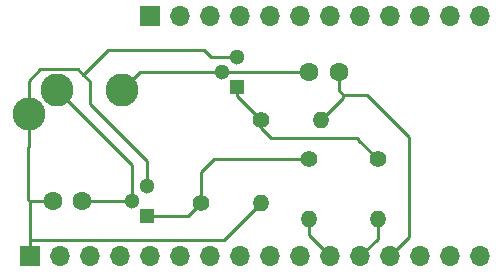
<source format=gbr>
%TF.GenerationSoftware,KiCad,Pcbnew,8.0.4*%
%TF.CreationDate,2024-08-09T00:28:27-05:00*%
%TF.ProjectId,FeatherDancer,46656174-6865-4724-9461-6e6365722e6b,rev?*%
%TF.SameCoordinates,Original*%
%TF.FileFunction,Copper,L1,Top*%
%TF.FilePolarity,Positive*%
%FSLAX46Y46*%
G04 Gerber Fmt 4.6, Leading zero omitted, Abs format (unit mm)*
G04 Created by KiCad (PCBNEW 8.0.4) date 2024-08-09 00:28:27*
%MOMM*%
%LPD*%
G01*
G04 APERTURE LIST*
%TA.AperFunction,ComponentPad*%
%ADD10R,1.700000X1.700000*%
%TD*%
%TA.AperFunction,ComponentPad*%
%ADD11O,1.700000X1.700000*%
%TD*%
%TA.AperFunction,ComponentPad*%
%ADD12C,1.400000*%
%TD*%
%TA.AperFunction,ComponentPad*%
%ADD13O,1.400000X1.400000*%
%TD*%
%TA.AperFunction,ComponentPad*%
%ADD14C,1.600000*%
%TD*%
%TA.AperFunction,ComponentPad*%
%ADD15C,2.800000*%
%TD*%
%TA.AperFunction,ComponentPad*%
%ADD16R,1.300000X1.300000*%
%TD*%
%TA.AperFunction,ComponentPad*%
%ADD17C,1.300000*%
%TD*%
%TA.AperFunction,Conductor*%
%ADD18C,0.250000*%
%TD*%
G04 APERTURE END LIST*
D10*
%TO.P,J2,1,Pin_1*%
%TO.N,/VBAT*%
X139611100Y-94843600D03*
D11*
%TO.P,J2,2,Pin_2*%
%TO.N,/EN*%
X142151100Y-94843600D03*
%TO.P,J2,3,Pin_3*%
%TO.N,/VBUS*%
X144691100Y-94843600D03*
%TO.P,J2,4,Pin_4*%
%TO.N,/13*%
X147231100Y-94843600D03*
%TO.P,J2,5,Pin_5*%
%TO.N,/12*%
X149771100Y-94843600D03*
%TO.P,J2,6,Pin_6*%
%TO.N,/11*%
X152311100Y-94843600D03*
%TO.P,J2,7,Pin_7*%
%TO.N,/10*%
X154851100Y-94843600D03*
%TO.P,J2,8,Pin_8*%
%TO.N,/9*%
X157391100Y-94843600D03*
%TO.P,J2,9,Pin_9*%
%TO.N,/6*%
X159931100Y-94843600D03*
%TO.P,J2,10,Pin_10*%
%TO.N,/5*%
X162471100Y-94843600D03*
%TO.P,J2,11,Pin_11*%
%TO.N,/SCL*%
X165011100Y-94843600D03*
%TO.P,J2,12,Pin_12*%
%TO.N,/SDA*%
X167551100Y-94843600D03*
%TD*%
D10*
%TO.P,J1,1,Pin_1*%
%TO.N,GND*%
X129451100Y-115163600D03*
D11*
%TO.P,J1,2,Pin_2*%
%TO.N,/1 TX*%
X131991100Y-115163600D03*
%TO.P,J1,3,Pin_3*%
%TO.N,/0 RX*%
X134531100Y-115163600D03*
%TO.P,J1,4,Pin_4*%
%TO.N,/MISO*%
X137071100Y-115163600D03*
%TO.P,J1,5,Pin_5*%
%TO.N,/MOSI*%
X139611100Y-115163600D03*
%TO.P,J1,6,Pin_6*%
%TO.N,/SCK*%
X142151100Y-115163600D03*
%TO.P,J1,7,Pin_7*%
%TO.N,/A5*%
X144691100Y-115163600D03*
%TO.P,J1,8,Pin_8*%
%TO.N,/A4*%
X147231100Y-115163600D03*
%TO.P,J1,9,Pin_9*%
%TO.N,/A3*%
X149771100Y-115163600D03*
%TO.P,J1,10,Pin_10*%
%TO.N,/A2*%
X152311100Y-115163600D03*
%TO.P,J1,11,Pin_11*%
%TO.N,/A1*%
X154851100Y-115163600D03*
%TO.P,J1,12,Pin_12*%
%TO.N,/A0*%
X157391100Y-115163600D03*
%TO.P,J1,13,Pin_13*%
%TO.N,GND*%
X159931100Y-115163600D03*
%TO.P,J1,14,Pin_14*%
%TO.N,/AREF*%
X162471100Y-115163600D03*
%TO.P,J1,15,Pin_15*%
%TO.N,/3.3V*%
X165011100Y-115163600D03*
%TO.P,J1,16,Pin_16*%
%TO.N,/RST*%
X167551100Y-115163600D03*
%TD*%
D12*
%TO.P,R3,1*%
%TO.N,Net-(Q1-G)*%
X143923500Y-110617000D03*
D13*
%TO.P,R3,2*%
%TO.N,GND*%
X149003500Y-110617000D03*
%TD*%
D12*
%TO.P,R4,1*%
%TO.N,Net-(Q2-G)*%
X148955000Y-103632000D03*
D13*
%TO.P,R4,2*%
%TO.N,GND*%
X154035000Y-103632000D03*
%TD*%
%TO.P,R2,2*%
%TO.N,/A0*%
X158877000Y-112014000D03*
D12*
%TO.P,R2,1*%
%TO.N,Net-(Q2-G)*%
X158877000Y-106934000D03*
%TD*%
D14*
%TO.P,C2,1*%
%TO.N,GND*%
X155555000Y-99568000D03*
%TO.P,C2,2*%
%TO.N,Net-(Q2-S)*%
X153055000Y-99568000D03*
%TD*%
D15*
%TO.P,J3,R*%
%TO.N,Net-(Q2-S)*%
X137196000Y-101097000D03*
%TO.P,J3,S*%
%TO.N,GND*%
X129296000Y-103097000D03*
%TO.P,J3,T*%
%TO.N,Net-(Q1-S)*%
X131696000Y-101097000D03*
%TD*%
D14*
%TO.P,C1,1*%
%TO.N,GND*%
X131338000Y-110490000D03*
%TO.P,C1,2*%
%TO.N,Net-(Q1-S)*%
X133838000Y-110490000D03*
%TD*%
D13*
%TO.P,R1,2*%
%TO.N,/A1*%
X153035000Y-112014000D03*
D12*
%TO.P,R1,1*%
%TO.N,Net-(Q1-G)*%
X153035000Y-106934000D03*
%TD*%
D16*
%TO.P,Q1,1,G*%
%TO.N,Net-(Q1-G)*%
X139319000Y-111760000D03*
D17*
%TO.P,Q1,2,S*%
%TO.N,Net-(Q1-S)*%
X138049000Y-110490000D03*
%TO.P,Q1,3,D*%
%TO.N,GND*%
X139319000Y-109220000D03*
%TD*%
D16*
%TO.P,Q2,1,G*%
%TO.N,Net-(Q2-G)*%
X146918000Y-100838000D03*
D17*
%TO.P,Q2,2,S*%
%TO.N,Net-(Q2-S)*%
X145648000Y-99568000D03*
%TO.P,Q2,3,D*%
%TO.N,GND*%
X146918000Y-98298000D03*
%TD*%
D18*
%TO.N,GND*%
X129451100Y-115163600D02*
X129451100Y-113792000D01*
X129451100Y-113792000D02*
X129451100Y-110528100D01*
X145828500Y-113792000D02*
X129451100Y-113792000D01*
X149003500Y-110617000D02*
X145828500Y-113792000D01*
X161544000Y-113550700D02*
X161544000Y-105029000D01*
X159931100Y-115163600D02*
X161544000Y-113550700D01*
X161544000Y-105029000D02*
X157988000Y-101473000D01*
X157988000Y-101473000D02*
X155956000Y-101473000D01*
X133477000Y-99314000D02*
X133921500Y-99758500D01*
X133921500Y-99758500D02*
X134493000Y-100330000D01*
X146918000Y-98298000D02*
X144780000Y-98298000D01*
X144780000Y-98298000D02*
X144145000Y-97663000D01*
X144145000Y-97663000D02*
X136017000Y-97663000D01*
X136017000Y-97663000D02*
X133921500Y-99758500D01*
X129296000Y-103097000D02*
X129296000Y-100320000D01*
X129296000Y-100320000D02*
X130302000Y-99314000D01*
X130302000Y-99314000D02*
X133477000Y-99314000D01*
X134493000Y-100330000D02*
X134493000Y-102235000D01*
X134493000Y-102235000D02*
X139319000Y-107061000D01*
X139319000Y-107061000D02*
X139319000Y-109220000D01*
%TO.N,Net-(Q1-S)*%
X133838000Y-110490000D02*
X138049000Y-110490000D01*
%TO.N,GND*%
X129286000Y-110363000D02*
X129286000Y-105918000D01*
X131338000Y-110490000D02*
X129413000Y-110490000D01*
X155555000Y-99568000D02*
X155555000Y-101072000D01*
X155555000Y-101072000D02*
X155956000Y-101473000D01*
%TO.N,Net-(Q2-S)*%
X145648000Y-99568000D02*
X153055000Y-99568000D01*
%TO.N,Net-(Q2-G)*%
X146918000Y-100838000D02*
X146918000Y-101595000D01*
X146918000Y-101595000D02*
X148955000Y-103632000D01*
%TO.N,Net-(Q2-S)*%
X145648000Y-99568000D02*
X138725000Y-99568000D01*
X138725000Y-99568000D02*
X137196000Y-101097000D01*
%TO.N,Net-(Q1-G)*%
X153035000Y-106934000D02*
X145034000Y-106934000D01*
X143923500Y-108044500D02*
X143923500Y-110617000D01*
X145034000Y-106934000D02*
X143923500Y-108044500D01*
%TO.N,Net-(Q1-S)*%
X131696000Y-101097000D02*
X138049000Y-107450000D01*
X138049000Y-107450000D02*
X138049000Y-110490000D01*
%TO.N,Net-(Q1-G)*%
X139319000Y-111760000D02*
X142780500Y-111760000D01*
X142780500Y-111760000D02*
X143923500Y-110617000D01*
%TO.N,GND*%
X155956000Y-101473000D02*
X155956000Y-101711000D01*
X155956000Y-101711000D02*
X154035000Y-103632000D01*
X129296000Y-103097000D02*
X129296000Y-105908000D01*
X129296000Y-105908000D02*
X129286000Y-105918000D01*
%TO.N,Net-(Q2-G)*%
X158877000Y-106934000D02*
X157226000Y-105283000D01*
X157226000Y-105283000D02*
X157226000Y-105156000D01*
X157226000Y-105156000D02*
X149860000Y-105156000D01*
X149860000Y-105156000D02*
X148955000Y-104251000D01*
X148955000Y-104251000D02*
X148955000Y-103632000D01*
%TO.N,/A1*%
X154851100Y-115163600D02*
X153035000Y-113347500D01*
X153035000Y-113347500D02*
X153035000Y-112014000D01*
%TO.N,/A0*%
X157391100Y-115163600D02*
X158877000Y-113677700D01*
X158877000Y-113677700D02*
X158877000Y-112014000D01*
X157353000Y-115125500D02*
X157391100Y-115163600D01*
%TO.N,Net-(Q1-S)*%
X131696000Y-101150000D02*
X131696000Y-101097000D01*
%TO.N,/12*%
X150114000Y-95186500D02*
X149771100Y-94843600D01*
%TO.N,/13*%
X147066000Y-95008700D02*
X147231100Y-94843600D01*
%TD*%
M02*

</source>
